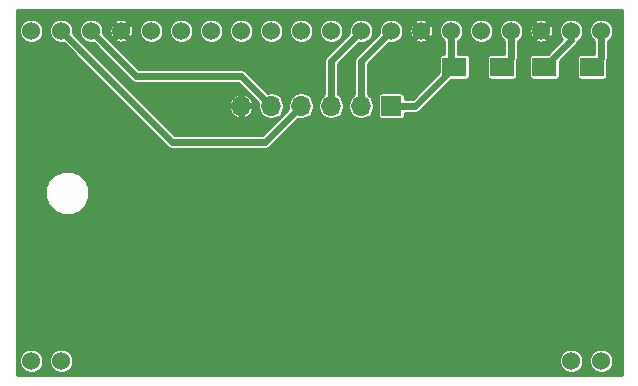
<source format=gbr>
G04 #@! TF.FileFunction,Copper,L1,Top,Signal*
%FSLAX46Y46*%
G04 Gerber Fmt 4.6, Leading zero omitted, Abs format (unit mm)*
G04 Created by KiCad (PCBNEW 4.0.0-rc1-stable) date 09/08/2017 17:43:47*
%MOMM*%
G01*
G04 APERTURE LIST*
%ADD10C,0.076200*%
%ADD11R,2.000000X1.600000*%
%ADD12R,1.700000X1.700000*%
%ADD13O,1.700000X1.700000*%
%ADD14C,1.524000*%
%ADD15C,0.609600*%
%ADD16C,0.254000*%
G04 APERTURE END LIST*
D10*
D11*
X197326000Y-75184000D03*
X193326000Y-75184000D03*
X185706000Y-75184000D03*
X189706000Y-75184000D03*
D12*
X180340000Y-78486000D03*
D13*
X177800000Y-78486000D03*
X175260000Y-78486000D03*
X172720000Y-78486000D03*
X170180000Y-78486000D03*
X167640000Y-78486000D03*
D14*
X149860000Y-100076000D03*
X152400000Y-100076000D03*
X195580000Y-100076000D03*
X198120000Y-100076000D03*
X198120000Y-72136000D03*
X195580000Y-72136000D03*
X193040000Y-72136000D03*
X190500000Y-72136000D03*
X187960000Y-72136000D03*
X185420000Y-72136000D03*
X182880000Y-72136000D03*
X180340000Y-72136000D03*
X177800000Y-72136000D03*
X175260000Y-72136000D03*
X172720000Y-72136000D03*
X170180000Y-72136000D03*
X167640000Y-72136000D03*
X165100000Y-72136000D03*
X162560000Y-72136000D03*
X160020000Y-72136000D03*
X157480000Y-72136000D03*
X154940000Y-72136000D03*
X152400000Y-72136000D03*
X149860000Y-72136000D03*
D15*
X198120000Y-72136000D02*
X198120000Y-74390000D01*
X198120000Y-74390000D02*
X197326000Y-75184000D01*
X195580000Y-72136000D02*
X195580000Y-72930000D01*
X195580000Y-72930000D02*
X193326000Y-75184000D01*
X185706000Y-75184000D02*
X182404000Y-78486000D01*
X182404000Y-78486000D02*
X180340000Y-78486000D01*
X185420000Y-72136000D02*
X185420000Y-74898000D01*
X185420000Y-74898000D02*
X185706000Y-75184000D01*
X190500000Y-72136000D02*
X190500000Y-74390000D01*
X190500000Y-74390000D02*
X189706000Y-75184000D01*
X180340000Y-72136000D02*
X177800000Y-74676000D01*
X177800000Y-74676000D02*
X177800000Y-78486000D01*
X177800000Y-72136000D02*
X175260000Y-74676000D01*
X175260000Y-74676000D02*
X175260000Y-78486000D01*
X152400000Y-72136000D02*
X161798000Y-81534000D01*
X169672000Y-81534000D02*
X172720000Y-78486000D01*
X161798000Y-81534000D02*
X169672000Y-81534000D01*
X154940000Y-72136000D02*
X158750000Y-75946000D01*
X167640000Y-75946000D02*
X170180000Y-78486000D01*
X158750000Y-75946000D02*
X167640000Y-75946000D01*
D16*
G36*
X199848400Y-101296400D02*
X148639600Y-101296400D01*
X148639600Y-100282238D01*
X148818420Y-100282238D01*
X148976629Y-100665135D01*
X149269324Y-100958341D01*
X149651944Y-101117219D01*
X150066238Y-101117580D01*
X150449135Y-100959371D01*
X150742341Y-100666676D01*
X150901219Y-100284056D01*
X150901220Y-100282238D01*
X151358420Y-100282238D01*
X151516629Y-100665135D01*
X151809324Y-100958341D01*
X152191944Y-101117219D01*
X152606238Y-101117580D01*
X152989135Y-100959371D01*
X153282341Y-100666676D01*
X153441219Y-100284056D01*
X153441220Y-100282238D01*
X194538420Y-100282238D01*
X194696629Y-100665135D01*
X194989324Y-100958341D01*
X195371944Y-101117219D01*
X195786238Y-101117580D01*
X196169135Y-100959371D01*
X196462341Y-100666676D01*
X196621219Y-100284056D01*
X196621220Y-100282238D01*
X197078420Y-100282238D01*
X197236629Y-100665135D01*
X197529324Y-100958341D01*
X197911944Y-101117219D01*
X198326238Y-101117580D01*
X198709135Y-100959371D01*
X199002341Y-100666676D01*
X199161219Y-100284056D01*
X199161580Y-99869762D01*
X199003371Y-99486865D01*
X198710676Y-99193659D01*
X198328056Y-99034781D01*
X197913762Y-99034420D01*
X197530865Y-99192629D01*
X197237659Y-99485324D01*
X197078781Y-99867944D01*
X197078420Y-100282238D01*
X196621220Y-100282238D01*
X196621580Y-99869762D01*
X196463371Y-99486865D01*
X196170676Y-99193659D01*
X195788056Y-99034781D01*
X195373762Y-99034420D01*
X194990865Y-99192629D01*
X194697659Y-99485324D01*
X194538781Y-99867944D01*
X194538420Y-100282238D01*
X153441220Y-100282238D01*
X153441580Y-99869762D01*
X153283371Y-99486865D01*
X152990676Y-99193659D01*
X152608056Y-99034781D01*
X152193762Y-99034420D01*
X151810865Y-99192629D01*
X151517659Y-99485324D01*
X151358781Y-99867944D01*
X151358420Y-100282238D01*
X150901220Y-100282238D01*
X150901580Y-99869762D01*
X150743371Y-99486865D01*
X150450676Y-99193659D01*
X150068056Y-99034781D01*
X149653762Y-99034420D01*
X149270865Y-99192629D01*
X148977659Y-99485324D01*
X148818781Y-99867944D01*
X148818420Y-100282238D01*
X148639600Y-100282238D01*
X148639600Y-86224196D01*
X151028274Y-86224196D01*
X151313793Y-86915204D01*
X151842015Y-87444349D01*
X152532524Y-87731073D01*
X153280196Y-87731726D01*
X153971204Y-87446207D01*
X154500349Y-86917985D01*
X154787073Y-86227476D01*
X154787726Y-85479804D01*
X154502207Y-84788796D01*
X153973985Y-84259651D01*
X153283476Y-83972927D01*
X152535804Y-83972274D01*
X151844796Y-84257793D01*
X151315651Y-84786015D01*
X151028927Y-85476524D01*
X151028274Y-86224196D01*
X148639600Y-86224196D01*
X148639600Y-72342238D01*
X148818420Y-72342238D01*
X148976629Y-72725135D01*
X149269324Y-73018341D01*
X149651944Y-73177219D01*
X150066238Y-73177580D01*
X150449135Y-73019371D01*
X150742341Y-72726676D01*
X150901219Y-72344056D01*
X150901220Y-72342238D01*
X151358420Y-72342238D01*
X151516629Y-72725135D01*
X151809324Y-73018341D01*
X152191944Y-73177219D01*
X152606238Y-73177580D01*
X152612718Y-73174902D01*
X161384908Y-81947092D01*
X161574436Y-82073730D01*
X161798000Y-82118200D01*
X169672000Y-82118200D01*
X169895564Y-82073730D01*
X170085092Y-81947092D01*
X172448635Y-79583549D01*
X172720000Y-79637526D01*
X173152203Y-79551556D01*
X173518606Y-79306732D01*
X173763430Y-78940329D01*
X173849400Y-78508126D01*
X173849400Y-78463874D01*
X174130600Y-78463874D01*
X174130600Y-78508126D01*
X174216570Y-78940329D01*
X174461394Y-79306732D01*
X174827797Y-79551556D01*
X175260000Y-79637526D01*
X175692203Y-79551556D01*
X176058606Y-79306732D01*
X176303430Y-78940329D01*
X176389400Y-78508126D01*
X176389400Y-78463874D01*
X176670600Y-78463874D01*
X176670600Y-78508126D01*
X176756570Y-78940329D01*
X177001394Y-79306732D01*
X177367797Y-79551556D01*
X177800000Y-79637526D01*
X178232203Y-79551556D01*
X178598606Y-79306732D01*
X178843430Y-78940329D01*
X178929400Y-78508126D01*
X178929400Y-78463874D01*
X178843430Y-78031671D01*
X178598606Y-77665268D01*
X178554804Y-77636000D01*
X179205127Y-77636000D01*
X179205127Y-79336000D01*
X179224609Y-79439539D01*
X179285801Y-79534634D01*
X179379168Y-79598429D01*
X179490000Y-79620873D01*
X181190000Y-79620873D01*
X181293539Y-79601391D01*
X181388634Y-79540199D01*
X181452429Y-79446832D01*
X181474873Y-79336000D01*
X181474873Y-79070200D01*
X182404000Y-79070200D01*
X182627564Y-79025730D01*
X182817092Y-78899092D01*
X185447311Y-76268873D01*
X186706000Y-76268873D01*
X186809539Y-76249391D01*
X186904634Y-76188199D01*
X186968429Y-76094832D01*
X186990873Y-75984000D01*
X186990873Y-74384000D01*
X188421127Y-74384000D01*
X188421127Y-75984000D01*
X188440609Y-76087539D01*
X188501801Y-76182634D01*
X188595168Y-76246429D01*
X188706000Y-76268873D01*
X190706000Y-76268873D01*
X190809539Y-76249391D01*
X190904634Y-76188199D01*
X190968429Y-76094832D01*
X190990873Y-75984000D01*
X190990873Y-74686684D01*
X191039730Y-74613564D01*
X191039731Y-74613563D01*
X191084201Y-74390000D01*
X191084200Y-74389995D01*
X191084200Y-74384000D01*
X192041127Y-74384000D01*
X192041127Y-75984000D01*
X192060609Y-76087539D01*
X192121801Y-76182634D01*
X192215168Y-76246429D01*
X192326000Y-76268873D01*
X194326000Y-76268873D01*
X194429539Y-76249391D01*
X194524634Y-76188199D01*
X194588429Y-76094832D01*
X194610873Y-75984000D01*
X194610873Y-74725311D01*
X194952184Y-74384000D01*
X196041127Y-74384000D01*
X196041127Y-75984000D01*
X196060609Y-76087539D01*
X196121801Y-76182634D01*
X196215168Y-76246429D01*
X196326000Y-76268873D01*
X198326000Y-76268873D01*
X198429539Y-76249391D01*
X198524634Y-76188199D01*
X198588429Y-76094832D01*
X198610873Y-75984000D01*
X198610873Y-74686684D01*
X198659730Y-74613564D01*
X198659731Y-74613563D01*
X198704201Y-74390000D01*
X198704200Y-74389995D01*
X198704200Y-73021410D01*
X198709135Y-73019371D01*
X199002341Y-72726676D01*
X199161219Y-72344056D01*
X199161580Y-71929762D01*
X199003371Y-71546865D01*
X198710676Y-71253659D01*
X198328056Y-71094781D01*
X197913762Y-71094420D01*
X197530865Y-71252629D01*
X197237659Y-71545324D01*
X197078781Y-71927944D01*
X197078420Y-72342238D01*
X197236629Y-72725135D01*
X197529324Y-73018341D01*
X197535800Y-73021030D01*
X197535800Y-74099127D01*
X196326000Y-74099127D01*
X196222461Y-74118609D01*
X196127366Y-74179801D01*
X196063571Y-74273168D01*
X196041127Y-74384000D01*
X194952184Y-74384000D01*
X195993092Y-73343092D01*
X196103924Y-73177219D01*
X196119730Y-73153564D01*
X196144389Y-73029596D01*
X196169135Y-73019371D01*
X196462341Y-72726676D01*
X196621219Y-72344056D01*
X196621580Y-71929762D01*
X196463371Y-71546865D01*
X196170676Y-71253659D01*
X195788056Y-71094781D01*
X195373762Y-71094420D01*
X194990865Y-71252629D01*
X194697659Y-71545324D01*
X194538781Y-71927944D01*
X194538420Y-72342238D01*
X194696629Y-72725135D01*
X194827541Y-72856275D01*
X193584689Y-74099127D01*
X192326000Y-74099127D01*
X192222461Y-74118609D01*
X192127366Y-74179801D01*
X192063571Y-74273168D01*
X192041127Y-74384000D01*
X191084200Y-74384000D01*
X191084200Y-73021410D01*
X191089135Y-73019371D01*
X191215162Y-72893563D01*
X192462042Y-72893563D01*
X192553789Y-73021276D01*
X192929580Y-73139954D01*
X193322182Y-73105788D01*
X193526211Y-73021276D01*
X193617958Y-72893563D01*
X193040000Y-72315605D01*
X192462042Y-72893563D01*
X191215162Y-72893563D01*
X191382341Y-72726676D01*
X191541219Y-72344056D01*
X191541496Y-72025580D01*
X192036046Y-72025580D01*
X192070212Y-72418182D01*
X192154724Y-72622211D01*
X192282437Y-72713958D01*
X192860395Y-72136000D01*
X193219605Y-72136000D01*
X193797563Y-72713958D01*
X193925276Y-72622211D01*
X194043954Y-72246420D01*
X194009788Y-71853818D01*
X193925276Y-71649789D01*
X193797563Y-71558042D01*
X193219605Y-72136000D01*
X192860395Y-72136000D01*
X192282437Y-71558042D01*
X192154724Y-71649789D01*
X192036046Y-72025580D01*
X191541496Y-72025580D01*
X191541580Y-71929762D01*
X191383371Y-71546865D01*
X191215237Y-71378437D01*
X192462042Y-71378437D01*
X193040000Y-71956395D01*
X193617958Y-71378437D01*
X193526211Y-71250724D01*
X193150420Y-71132046D01*
X192757818Y-71166212D01*
X192553789Y-71250724D01*
X192462042Y-71378437D01*
X191215237Y-71378437D01*
X191090676Y-71253659D01*
X190708056Y-71094781D01*
X190293762Y-71094420D01*
X189910865Y-71252629D01*
X189617659Y-71545324D01*
X189458781Y-71927944D01*
X189458420Y-72342238D01*
X189616629Y-72725135D01*
X189909324Y-73018341D01*
X189915800Y-73021030D01*
X189915800Y-74099127D01*
X188706000Y-74099127D01*
X188602461Y-74118609D01*
X188507366Y-74179801D01*
X188443571Y-74273168D01*
X188421127Y-74384000D01*
X186990873Y-74384000D01*
X186971391Y-74280461D01*
X186910199Y-74185366D01*
X186816832Y-74121571D01*
X186706000Y-74099127D01*
X186004200Y-74099127D01*
X186004200Y-73021410D01*
X186009135Y-73019371D01*
X186302341Y-72726676D01*
X186461219Y-72344056D01*
X186461220Y-72342238D01*
X186918420Y-72342238D01*
X187076629Y-72725135D01*
X187369324Y-73018341D01*
X187751944Y-73177219D01*
X188166238Y-73177580D01*
X188549135Y-73019371D01*
X188842341Y-72726676D01*
X189001219Y-72344056D01*
X189001580Y-71929762D01*
X188843371Y-71546865D01*
X188550676Y-71253659D01*
X188168056Y-71094781D01*
X187753762Y-71094420D01*
X187370865Y-71252629D01*
X187077659Y-71545324D01*
X186918781Y-71927944D01*
X186918420Y-72342238D01*
X186461220Y-72342238D01*
X186461580Y-71929762D01*
X186303371Y-71546865D01*
X186010676Y-71253659D01*
X185628056Y-71094781D01*
X185213762Y-71094420D01*
X184830865Y-71252629D01*
X184537659Y-71545324D01*
X184378781Y-71927944D01*
X184378420Y-72342238D01*
X184536629Y-72725135D01*
X184829324Y-73018341D01*
X184835800Y-73021030D01*
X184835800Y-74099127D01*
X184706000Y-74099127D01*
X184602461Y-74118609D01*
X184507366Y-74179801D01*
X184443571Y-74273168D01*
X184421127Y-74384000D01*
X184421127Y-75642689D01*
X182162016Y-77901800D01*
X181474873Y-77901800D01*
X181474873Y-77636000D01*
X181455391Y-77532461D01*
X181394199Y-77437366D01*
X181300832Y-77373571D01*
X181190000Y-77351127D01*
X179490000Y-77351127D01*
X179386461Y-77370609D01*
X179291366Y-77431801D01*
X179227571Y-77525168D01*
X179205127Y-77636000D01*
X178554804Y-77636000D01*
X178384200Y-77522006D01*
X178384200Y-74917984D01*
X180127012Y-73175171D01*
X180131944Y-73177219D01*
X180546238Y-73177580D01*
X180929135Y-73019371D01*
X181055162Y-72893563D01*
X182302042Y-72893563D01*
X182393789Y-73021276D01*
X182769580Y-73139954D01*
X183162182Y-73105788D01*
X183366211Y-73021276D01*
X183457958Y-72893563D01*
X182880000Y-72315605D01*
X182302042Y-72893563D01*
X181055162Y-72893563D01*
X181222341Y-72726676D01*
X181381219Y-72344056D01*
X181381496Y-72025580D01*
X181876046Y-72025580D01*
X181910212Y-72418182D01*
X181994724Y-72622211D01*
X182122437Y-72713958D01*
X182700395Y-72136000D01*
X183059605Y-72136000D01*
X183637563Y-72713958D01*
X183765276Y-72622211D01*
X183883954Y-72246420D01*
X183849788Y-71853818D01*
X183765276Y-71649789D01*
X183637563Y-71558042D01*
X183059605Y-72136000D01*
X182700395Y-72136000D01*
X182122437Y-71558042D01*
X181994724Y-71649789D01*
X181876046Y-72025580D01*
X181381496Y-72025580D01*
X181381580Y-71929762D01*
X181223371Y-71546865D01*
X181055237Y-71378437D01*
X182302042Y-71378437D01*
X182880000Y-71956395D01*
X183457958Y-71378437D01*
X183366211Y-71250724D01*
X182990420Y-71132046D01*
X182597818Y-71166212D01*
X182393789Y-71250724D01*
X182302042Y-71378437D01*
X181055237Y-71378437D01*
X180930676Y-71253659D01*
X180548056Y-71094781D01*
X180133762Y-71094420D01*
X179750865Y-71252629D01*
X179457659Y-71545324D01*
X179298781Y-71927944D01*
X179298420Y-72342238D01*
X179301098Y-72348719D01*
X177386908Y-74262908D01*
X177260270Y-74452436D01*
X177215800Y-74676000D01*
X177215800Y-77522006D01*
X177001394Y-77665268D01*
X176756570Y-78031671D01*
X176670600Y-78463874D01*
X176389400Y-78463874D01*
X176303430Y-78031671D01*
X176058606Y-77665268D01*
X175844200Y-77522006D01*
X175844200Y-74917984D01*
X177587012Y-73175171D01*
X177591944Y-73177219D01*
X178006238Y-73177580D01*
X178389135Y-73019371D01*
X178682341Y-72726676D01*
X178841219Y-72344056D01*
X178841580Y-71929762D01*
X178683371Y-71546865D01*
X178390676Y-71253659D01*
X178008056Y-71094781D01*
X177593762Y-71094420D01*
X177210865Y-71252629D01*
X176917659Y-71545324D01*
X176758781Y-71927944D01*
X176758420Y-72342238D01*
X176761098Y-72348719D01*
X174846908Y-74262908D01*
X174720270Y-74452436D01*
X174675800Y-74676000D01*
X174675800Y-77522006D01*
X174461394Y-77665268D01*
X174216570Y-78031671D01*
X174130600Y-78463874D01*
X173849400Y-78463874D01*
X173763430Y-78031671D01*
X173518606Y-77665268D01*
X173152203Y-77420444D01*
X172720000Y-77334474D01*
X172287797Y-77420444D01*
X171921394Y-77665268D01*
X171676570Y-78031671D01*
X171590600Y-78463874D01*
X171590600Y-78508126D01*
X171637236Y-78742580D01*
X169430016Y-80949800D01*
X162039984Y-80949800D01*
X159869179Y-78778995D01*
X166601944Y-78778995D01*
X166793086Y-79153939D01*
X167113163Y-79427195D01*
X167347007Y-79524043D01*
X167513000Y-79499524D01*
X167513000Y-78613000D01*
X167767000Y-78613000D01*
X167767000Y-79499524D01*
X167932993Y-79524043D01*
X168166837Y-79427195D01*
X168486914Y-79153939D01*
X168678056Y-78778995D01*
X168653960Y-78613000D01*
X167767000Y-78613000D01*
X167513000Y-78613000D01*
X166626040Y-78613000D01*
X166601944Y-78778995D01*
X159869179Y-78778995D01*
X159283189Y-78193005D01*
X166601944Y-78193005D01*
X166626040Y-78359000D01*
X167513000Y-78359000D01*
X167513000Y-77472476D01*
X167767000Y-77472476D01*
X167767000Y-78359000D01*
X168653960Y-78359000D01*
X168678056Y-78193005D01*
X168486914Y-77818061D01*
X168166837Y-77544805D01*
X167932993Y-77447957D01*
X167767000Y-77472476D01*
X167513000Y-77472476D01*
X167347007Y-77447957D01*
X167113163Y-77544805D01*
X166793086Y-77818061D01*
X166601944Y-78193005D01*
X159283189Y-78193005D01*
X153439171Y-72348987D01*
X153441219Y-72344056D01*
X153441220Y-72342238D01*
X153898420Y-72342238D01*
X154056629Y-72725135D01*
X154349324Y-73018341D01*
X154731944Y-73177219D01*
X155146238Y-73177580D01*
X155152718Y-73174902D01*
X158336908Y-76359092D01*
X158526437Y-76485731D01*
X158750000Y-76530201D01*
X158750005Y-76530200D01*
X167398016Y-76530200D01*
X169097236Y-78229419D01*
X169050600Y-78463874D01*
X169050600Y-78508126D01*
X169136570Y-78940329D01*
X169381394Y-79306732D01*
X169747797Y-79551556D01*
X170180000Y-79637526D01*
X170612203Y-79551556D01*
X170978606Y-79306732D01*
X171223430Y-78940329D01*
X171309400Y-78508126D01*
X171309400Y-78463874D01*
X171223430Y-78031671D01*
X170978606Y-77665268D01*
X170612203Y-77420444D01*
X170180000Y-77334474D01*
X169908635Y-77388452D01*
X168053092Y-75532908D01*
X167863564Y-75406270D01*
X167640000Y-75361800D01*
X158991984Y-75361800D01*
X156523747Y-72893563D01*
X156902042Y-72893563D01*
X156993789Y-73021276D01*
X157369580Y-73139954D01*
X157762182Y-73105788D01*
X157966211Y-73021276D01*
X158057958Y-72893563D01*
X157480000Y-72315605D01*
X156902042Y-72893563D01*
X156523747Y-72893563D01*
X155979171Y-72348987D01*
X155981219Y-72344056D01*
X155981496Y-72025580D01*
X156476046Y-72025580D01*
X156510212Y-72418182D01*
X156594724Y-72622211D01*
X156722437Y-72713958D01*
X157300395Y-72136000D01*
X157659605Y-72136000D01*
X158237563Y-72713958D01*
X158365276Y-72622211D01*
X158453693Y-72342238D01*
X158978420Y-72342238D01*
X159136629Y-72725135D01*
X159429324Y-73018341D01*
X159811944Y-73177219D01*
X160226238Y-73177580D01*
X160609135Y-73019371D01*
X160902341Y-72726676D01*
X161061219Y-72344056D01*
X161061220Y-72342238D01*
X161518420Y-72342238D01*
X161676629Y-72725135D01*
X161969324Y-73018341D01*
X162351944Y-73177219D01*
X162766238Y-73177580D01*
X163149135Y-73019371D01*
X163442341Y-72726676D01*
X163601219Y-72344056D01*
X163601220Y-72342238D01*
X164058420Y-72342238D01*
X164216629Y-72725135D01*
X164509324Y-73018341D01*
X164891944Y-73177219D01*
X165306238Y-73177580D01*
X165689135Y-73019371D01*
X165982341Y-72726676D01*
X166141219Y-72344056D01*
X166141220Y-72342238D01*
X166598420Y-72342238D01*
X166756629Y-72725135D01*
X167049324Y-73018341D01*
X167431944Y-73177219D01*
X167846238Y-73177580D01*
X168229135Y-73019371D01*
X168522341Y-72726676D01*
X168681219Y-72344056D01*
X168681220Y-72342238D01*
X169138420Y-72342238D01*
X169296629Y-72725135D01*
X169589324Y-73018341D01*
X169971944Y-73177219D01*
X170386238Y-73177580D01*
X170769135Y-73019371D01*
X171062341Y-72726676D01*
X171221219Y-72344056D01*
X171221220Y-72342238D01*
X171678420Y-72342238D01*
X171836629Y-72725135D01*
X172129324Y-73018341D01*
X172511944Y-73177219D01*
X172926238Y-73177580D01*
X173309135Y-73019371D01*
X173602341Y-72726676D01*
X173761219Y-72344056D01*
X173761220Y-72342238D01*
X174218420Y-72342238D01*
X174376629Y-72725135D01*
X174669324Y-73018341D01*
X175051944Y-73177219D01*
X175466238Y-73177580D01*
X175849135Y-73019371D01*
X176142341Y-72726676D01*
X176301219Y-72344056D01*
X176301580Y-71929762D01*
X176143371Y-71546865D01*
X175850676Y-71253659D01*
X175468056Y-71094781D01*
X175053762Y-71094420D01*
X174670865Y-71252629D01*
X174377659Y-71545324D01*
X174218781Y-71927944D01*
X174218420Y-72342238D01*
X173761220Y-72342238D01*
X173761580Y-71929762D01*
X173603371Y-71546865D01*
X173310676Y-71253659D01*
X172928056Y-71094781D01*
X172513762Y-71094420D01*
X172130865Y-71252629D01*
X171837659Y-71545324D01*
X171678781Y-71927944D01*
X171678420Y-72342238D01*
X171221220Y-72342238D01*
X171221580Y-71929762D01*
X171063371Y-71546865D01*
X170770676Y-71253659D01*
X170388056Y-71094781D01*
X169973762Y-71094420D01*
X169590865Y-71252629D01*
X169297659Y-71545324D01*
X169138781Y-71927944D01*
X169138420Y-72342238D01*
X168681220Y-72342238D01*
X168681580Y-71929762D01*
X168523371Y-71546865D01*
X168230676Y-71253659D01*
X167848056Y-71094781D01*
X167433762Y-71094420D01*
X167050865Y-71252629D01*
X166757659Y-71545324D01*
X166598781Y-71927944D01*
X166598420Y-72342238D01*
X166141220Y-72342238D01*
X166141580Y-71929762D01*
X165983371Y-71546865D01*
X165690676Y-71253659D01*
X165308056Y-71094781D01*
X164893762Y-71094420D01*
X164510865Y-71252629D01*
X164217659Y-71545324D01*
X164058781Y-71927944D01*
X164058420Y-72342238D01*
X163601220Y-72342238D01*
X163601580Y-71929762D01*
X163443371Y-71546865D01*
X163150676Y-71253659D01*
X162768056Y-71094781D01*
X162353762Y-71094420D01*
X161970865Y-71252629D01*
X161677659Y-71545324D01*
X161518781Y-71927944D01*
X161518420Y-72342238D01*
X161061220Y-72342238D01*
X161061580Y-71929762D01*
X160903371Y-71546865D01*
X160610676Y-71253659D01*
X160228056Y-71094781D01*
X159813762Y-71094420D01*
X159430865Y-71252629D01*
X159137659Y-71545324D01*
X158978781Y-71927944D01*
X158978420Y-72342238D01*
X158453693Y-72342238D01*
X158483954Y-72246420D01*
X158449788Y-71853818D01*
X158365276Y-71649789D01*
X158237563Y-71558042D01*
X157659605Y-72136000D01*
X157300395Y-72136000D01*
X156722437Y-71558042D01*
X156594724Y-71649789D01*
X156476046Y-72025580D01*
X155981496Y-72025580D01*
X155981580Y-71929762D01*
X155823371Y-71546865D01*
X155655237Y-71378437D01*
X156902042Y-71378437D01*
X157480000Y-71956395D01*
X158057958Y-71378437D01*
X157966211Y-71250724D01*
X157590420Y-71132046D01*
X157197818Y-71166212D01*
X156993789Y-71250724D01*
X156902042Y-71378437D01*
X155655237Y-71378437D01*
X155530676Y-71253659D01*
X155148056Y-71094781D01*
X154733762Y-71094420D01*
X154350865Y-71252629D01*
X154057659Y-71545324D01*
X153898781Y-71927944D01*
X153898420Y-72342238D01*
X153441220Y-72342238D01*
X153441580Y-71929762D01*
X153283371Y-71546865D01*
X152990676Y-71253659D01*
X152608056Y-71094781D01*
X152193762Y-71094420D01*
X151810865Y-71252629D01*
X151517659Y-71545324D01*
X151358781Y-71927944D01*
X151358420Y-72342238D01*
X150901220Y-72342238D01*
X150901580Y-71929762D01*
X150743371Y-71546865D01*
X150450676Y-71253659D01*
X150068056Y-71094781D01*
X149653762Y-71094420D01*
X149270865Y-71252629D01*
X148977659Y-71545324D01*
X148818781Y-71927944D01*
X148818420Y-72342238D01*
X148639600Y-72342238D01*
X148639600Y-70407600D01*
X199848400Y-70407600D01*
X199848400Y-101296400D01*
X199848400Y-101296400D01*
G37*
X199848400Y-101296400D02*
X148639600Y-101296400D01*
X148639600Y-100282238D01*
X148818420Y-100282238D01*
X148976629Y-100665135D01*
X149269324Y-100958341D01*
X149651944Y-101117219D01*
X150066238Y-101117580D01*
X150449135Y-100959371D01*
X150742341Y-100666676D01*
X150901219Y-100284056D01*
X150901220Y-100282238D01*
X151358420Y-100282238D01*
X151516629Y-100665135D01*
X151809324Y-100958341D01*
X152191944Y-101117219D01*
X152606238Y-101117580D01*
X152989135Y-100959371D01*
X153282341Y-100666676D01*
X153441219Y-100284056D01*
X153441220Y-100282238D01*
X194538420Y-100282238D01*
X194696629Y-100665135D01*
X194989324Y-100958341D01*
X195371944Y-101117219D01*
X195786238Y-101117580D01*
X196169135Y-100959371D01*
X196462341Y-100666676D01*
X196621219Y-100284056D01*
X196621220Y-100282238D01*
X197078420Y-100282238D01*
X197236629Y-100665135D01*
X197529324Y-100958341D01*
X197911944Y-101117219D01*
X198326238Y-101117580D01*
X198709135Y-100959371D01*
X199002341Y-100666676D01*
X199161219Y-100284056D01*
X199161580Y-99869762D01*
X199003371Y-99486865D01*
X198710676Y-99193659D01*
X198328056Y-99034781D01*
X197913762Y-99034420D01*
X197530865Y-99192629D01*
X197237659Y-99485324D01*
X197078781Y-99867944D01*
X197078420Y-100282238D01*
X196621220Y-100282238D01*
X196621580Y-99869762D01*
X196463371Y-99486865D01*
X196170676Y-99193659D01*
X195788056Y-99034781D01*
X195373762Y-99034420D01*
X194990865Y-99192629D01*
X194697659Y-99485324D01*
X194538781Y-99867944D01*
X194538420Y-100282238D01*
X153441220Y-100282238D01*
X153441580Y-99869762D01*
X153283371Y-99486865D01*
X152990676Y-99193659D01*
X152608056Y-99034781D01*
X152193762Y-99034420D01*
X151810865Y-99192629D01*
X151517659Y-99485324D01*
X151358781Y-99867944D01*
X151358420Y-100282238D01*
X150901220Y-100282238D01*
X150901580Y-99869762D01*
X150743371Y-99486865D01*
X150450676Y-99193659D01*
X150068056Y-99034781D01*
X149653762Y-99034420D01*
X149270865Y-99192629D01*
X148977659Y-99485324D01*
X148818781Y-99867944D01*
X148818420Y-100282238D01*
X148639600Y-100282238D01*
X148639600Y-86224196D01*
X151028274Y-86224196D01*
X151313793Y-86915204D01*
X151842015Y-87444349D01*
X152532524Y-87731073D01*
X153280196Y-87731726D01*
X153971204Y-87446207D01*
X154500349Y-86917985D01*
X154787073Y-86227476D01*
X154787726Y-85479804D01*
X154502207Y-84788796D01*
X153973985Y-84259651D01*
X153283476Y-83972927D01*
X152535804Y-83972274D01*
X151844796Y-84257793D01*
X151315651Y-84786015D01*
X151028927Y-85476524D01*
X151028274Y-86224196D01*
X148639600Y-86224196D01*
X148639600Y-72342238D01*
X148818420Y-72342238D01*
X148976629Y-72725135D01*
X149269324Y-73018341D01*
X149651944Y-73177219D01*
X150066238Y-73177580D01*
X150449135Y-73019371D01*
X150742341Y-72726676D01*
X150901219Y-72344056D01*
X150901220Y-72342238D01*
X151358420Y-72342238D01*
X151516629Y-72725135D01*
X151809324Y-73018341D01*
X152191944Y-73177219D01*
X152606238Y-73177580D01*
X152612718Y-73174902D01*
X161384908Y-81947092D01*
X161574436Y-82073730D01*
X161798000Y-82118200D01*
X169672000Y-82118200D01*
X169895564Y-82073730D01*
X170085092Y-81947092D01*
X172448635Y-79583549D01*
X172720000Y-79637526D01*
X173152203Y-79551556D01*
X173518606Y-79306732D01*
X173763430Y-78940329D01*
X173849400Y-78508126D01*
X173849400Y-78463874D01*
X174130600Y-78463874D01*
X174130600Y-78508126D01*
X174216570Y-78940329D01*
X174461394Y-79306732D01*
X174827797Y-79551556D01*
X175260000Y-79637526D01*
X175692203Y-79551556D01*
X176058606Y-79306732D01*
X176303430Y-78940329D01*
X176389400Y-78508126D01*
X176389400Y-78463874D01*
X176670600Y-78463874D01*
X176670600Y-78508126D01*
X176756570Y-78940329D01*
X177001394Y-79306732D01*
X177367797Y-79551556D01*
X177800000Y-79637526D01*
X178232203Y-79551556D01*
X178598606Y-79306732D01*
X178843430Y-78940329D01*
X178929400Y-78508126D01*
X178929400Y-78463874D01*
X178843430Y-78031671D01*
X178598606Y-77665268D01*
X178554804Y-77636000D01*
X179205127Y-77636000D01*
X179205127Y-79336000D01*
X179224609Y-79439539D01*
X179285801Y-79534634D01*
X179379168Y-79598429D01*
X179490000Y-79620873D01*
X181190000Y-79620873D01*
X181293539Y-79601391D01*
X181388634Y-79540199D01*
X181452429Y-79446832D01*
X181474873Y-79336000D01*
X181474873Y-79070200D01*
X182404000Y-79070200D01*
X182627564Y-79025730D01*
X182817092Y-78899092D01*
X185447311Y-76268873D01*
X186706000Y-76268873D01*
X186809539Y-76249391D01*
X186904634Y-76188199D01*
X186968429Y-76094832D01*
X186990873Y-75984000D01*
X186990873Y-74384000D01*
X188421127Y-74384000D01*
X188421127Y-75984000D01*
X188440609Y-76087539D01*
X188501801Y-76182634D01*
X188595168Y-76246429D01*
X188706000Y-76268873D01*
X190706000Y-76268873D01*
X190809539Y-76249391D01*
X190904634Y-76188199D01*
X190968429Y-76094832D01*
X190990873Y-75984000D01*
X190990873Y-74686684D01*
X191039730Y-74613564D01*
X191039731Y-74613563D01*
X191084201Y-74390000D01*
X191084200Y-74389995D01*
X191084200Y-74384000D01*
X192041127Y-74384000D01*
X192041127Y-75984000D01*
X192060609Y-76087539D01*
X192121801Y-76182634D01*
X192215168Y-76246429D01*
X192326000Y-76268873D01*
X194326000Y-76268873D01*
X194429539Y-76249391D01*
X194524634Y-76188199D01*
X194588429Y-76094832D01*
X194610873Y-75984000D01*
X194610873Y-74725311D01*
X194952184Y-74384000D01*
X196041127Y-74384000D01*
X196041127Y-75984000D01*
X196060609Y-76087539D01*
X196121801Y-76182634D01*
X196215168Y-76246429D01*
X196326000Y-76268873D01*
X198326000Y-76268873D01*
X198429539Y-76249391D01*
X198524634Y-76188199D01*
X198588429Y-76094832D01*
X198610873Y-75984000D01*
X198610873Y-74686684D01*
X198659730Y-74613564D01*
X198659731Y-74613563D01*
X198704201Y-74390000D01*
X198704200Y-74389995D01*
X198704200Y-73021410D01*
X198709135Y-73019371D01*
X199002341Y-72726676D01*
X199161219Y-72344056D01*
X199161580Y-71929762D01*
X199003371Y-71546865D01*
X198710676Y-71253659D01*
X198328056Y-71094781D01*
X197913762Y-71094420D01*
X197530865Y-71252629D01*
X197237659Y-71545324D01*
X197078781Y-71927944D01*
X197078420Y-72342238D01*
X197236629Y-72725135D01*
X197529324Y-73018341D01*
X197535800Y-73021030D01*
X197535800Y-74099127D01*
X196326000Y-74099127D01*
X196222461Y-74118609D01*
X196127366Y-74179801D01*
X196063571Y-74273168D01*
X196041127Y-74384000D01*
X194952184Y-74384000D01*
X195993092Y-73343092D01*
X196103924Y-73177219D01*
X196119730Y-73153564D01*
X196144389Y-73029596D01*
X196169135Y-73019371D01*
X196462341Y-72726676D01*
X196621219Y-72344056D01*
X196621580Y-71929762D01*
X196463371Y-71546865D01*
X196170676Y-71253659D01*
X195788056Y-71094781D01*
X195373762Y-71094420D01*
X194990865Y-71252629D01*
X194697659Y-71545324D01*
X194538781Y-71927944D01*
X194538420Y-72342238D01*
X194696629Y-72725135D01*
X194827541Y-72856275D01*
X193584689Y-74099127D01*
X192326000Y-74099127D01*
X192222461Y-74118609D01*
X192127366Y-74179801D01*
X192063571Y-74273168D01*
X192041127Y-74384000D01*
X191084200Y-74384000D01*
X191084200Y-73021410D01*
X191089135Y-73019371D01*
X191215162Y-72893563D01*
X192462042Y-72893563D01*
X192553789Y-73021276D01*
X192929580Y-73139954D01*
X193322182Y-73105788D01*
X193526211Y-73021276D01*
X193617958Y-72893563D01*
X193040000Y-72315605D01*
X192462042Y-72893563D01*
X191215162Y-72893563D01*
X191382341Y-72726676D01*
X191541219Y-72344056D01*
X191541496Y-72025580D01*
X192036046Y-72025580D01*
X192070212Y-72418182D01*
X192154724Y-72622211D01*
X192282437Y-72713958D01*
X192860395Y-72136000D01*
X193219605Y-72136000D01*
X193797563Y-72713958D01*
X193925276Y-72622211D01*
X194043954Y-72246420D01*
X194009788Y-71853818D01*
X193925276Y-71649789D01*
X193797563Y-71558042D01*
X193219605Y-72136000D01*
X192860395Y-72136000D01*
X192282437Y-71558042D01*
X192154724Y-71649789D01*
X192036046Y-72025580D01*
X191541496Y-72025580D01*
X191541580Y-71929762D01*
X191383371Y-71546865D01*
X191215237Y-71378437D01*
X192462042Y-71378437D01*
X193040000Y-71956395D01*
X193617958Y-71378437D01*
X193526211Y-71250724D01*
X193150420Y-71132046D01*
X192757818Y-71166212D01*
X192553789Y-71250724D01*
X192462042Y-71378437D01*
X191215237Y-71378437D01*
X191090676Y-71253659D01*
X190708056Y-71094781D01*
X190293762Y-71094420D01*
X189910865Y-71252629D01*
X189617659Y-71545324D01*
X189458781Y-71927944D01*
X189458420Y-72342238D01*
X189616629Y-72725135D01*
X189909324Y-73018341D01*
X189915800Y-73021030D01*
X189915800Y-74099127D01*
X188706000Y-74099127D01*
X188602461Y-74118609D01*
X188507366Y-74179801D01*
X188443571Y-74273168D01*
X188421127Y-74384000D01*
X186990873Y-74384000D01*
X186971391Y-74280461D01*
X186910199Y-74185366D01*
X186816832Y-74121571D01*
X186706000Y-74099127D01*
X186004200Y-74099127D01*
X186004200Y-73021410D01*
X186009135Y-73019371D01*
X186302341Y-72726676D01*
X186461219Y-72344056D01*
X186461220Y-72342238D01*
X186918420Y-72342238D01*
X187076629Y-72725135D01*
X187369324Y-73018341D01*
X187751944Y-73177219D01*
X188166238Y-73177580D01*
X188549135Y-73019371D01*
X188842341Y-72726676D01*
X189001219Y-72344056D01*
X189001580Y-71929762D01*
X188843371Y-71546865D01*
X188550676Y-71253659D01*
X188168056Y-71094781D01*
X187753762Y-71094420D01*
X187370865Y-71252629D01*
X187077659Y-71545324D01*
X186918781Y-71927944D01*
X186918420Y-72342238D01*
X186461220Y-72342238D01*
X186461580Y-71929762D01*
X186303371Y-71546865D01*
X186010676Y-71253659D01*
X185628056Y-71094781D01*
X185213762Y-71094420D01*
X184830865Y-71252629D01*
X184537659Y-71545324D01*
X184378781Y-71927944D01*
X184378420Y-72342238D01*
X184536629Y-72725135D01*
X184829324Y-73018341D01*
X184835800Y-73021030D01*
X184835800Y-74099127D01*
X184706000Y-74099127D01*
X184602461Y-74118609D01*
X184507366Y-74179801D01*
X184443571Y-74273168D01*
X184421127Y-74384000D01*
X184421127Y-75642689D01*
X182162016Y-77901800D01*
X181474873Y-77901800D01*
X181474873Y-77636000D01*
X181455391Y-77532461D01*
X181394199Y-77437366D01*
X181300832Y-77373571D01*
X181190000Y-77351127D01*
X179490000Y-77351127D01*
X179386461Y-77370609D01*
X179291366Y-77431801D01*
X179227571Y-77525168D01*
X179205127Y-77636000D01*
X178554804Y-77636000D01*
X178384200Y-77522006D01*
X178384200Y-74917984D01*
X180127012Y-73175171D01*
X180131944Y-73177219D01*
X180546238Y-73177580D01*
X180929135Y-73019371D01*
X181055162Y-72893563D01*
X182302042Y-72893563D01*
X182393789Y-73021276D01*
X182769580Y-73139954D01*
X183162182Y-73105788D01*
X183366211Y-73021276D01*
X183457958Y-72893563D01*
X182880000Y-72315605D01*
X182302042Y-72893563D01*
X181055162Y-72893563D01*
X181222341Y-72726676D01*
X181381219Y-72344056D01*
X181381496Y-72025580D01*
X181876046Y-72025580D01*
X181910212Y-72418182D01*
X181994724Y-72622211D01*
X182122437Y-72713958D01*
X182700395Y-72136000D01*
X183059605Y-72136000D01*
X183637563Y-72713958D01*
X183765276Y-72622211D01*
X183883954Y-72246420D01*
X183849788Y-71853818D01*
X183765276Y-71649789D01*
X183637563Y-71558042D01*
X183059605Y-72136000D01*
X182700395Y-72136000D01*
X182122437Y-71558042D01*
X181994724Y-71649789D01*
X181876046Y-72025580D01*
X181381496Y-72025580D01*
X181381580Y-71929762D01*
X181223371Y-71546865D01*
X181055237Y-71378437D01*
X182302042Y-71378437D01*
X182880000Y-71956395D01*
X183457958Y-71378437D01*
X183366211Y-71250724D01*
X182990420Y-71132046D01*
X182597818Y-71166212D01*
X182393789Y-71250724D01*
X182302042Y-71378437D01*
X181055237Y-71378437D01*
X180930676Y-71253659D01*
X180548056Y-71094781D01*
X180133762Y-71094420D01*
X179750865Y-71252629D01*
X179457659Y-71545324D01*
X179298781Y-71927944D01*
X179298420Y-72342238D01*
X179301098Y-72348719D01*
X177386908Y-74262908D01*
X177260270Y-74452436D01*
X177215800Y-74676000D01*
X177215800Y-77522006D01*
X177001394Y-77665268D01*
X176756570Y-78031671D01*
X176670600Y-78463874D01*
X176389400Y-78463874D01*
X176303430Y-78031671D01*
X176058606Y-77665268D01*
X175844200Y-77522006D01*
X175844200Y-74917984D01*
X177587012Y-73175171D01*
X177591944Y-73177219D01*
X178006238Y-73177580D01*
X178389135Y-73019371D01*
X178682341Y-72726676D01*
X178841219Y-72344056D01*
X178841580Y-71929762D01*
X178683371Y-71546865D01*
X178390676Y-71253659D01*
X178008056Y-71094781D01*
X177593762Y-71094420D01*
X177210865Y-71252629D01*
X176917659Y-71545324D01*
X176758781Y-71927944D01*
X176758420Y-72342238D01*
X176761098Y-72348719D01*
X174846908Y-74262908D01*
X174720270Y-74452436D01*
X174675800Y-74676000D01*
X174675800Y-77522006D01*
X174461394Y-77665268D01*
X174216570Y-78031671D01*
X174130600Y-78463874D01*
X173849400Y-78463874D01*
X173763430Y-78031671D01*
X173518606Y-77665268D01*
X173152203Y-77420444D01*
X172720000Y-77334474D01*
X172287797Y-77420444D01*
X171921394Y-77665268D01*
X171676570Y-78031671D01*
X171590600Y-78463874D01*
X171590600Y-78508126D01*
X171637236Y-78742580D01*
X169430016Y-80949800D01*
X162039984Y-80949800D01*
X159869179Y-78778995D01*
X166601944Y-78778995D01*
X166793086Y-79153939D01*
X167113163Y-79427195D01*
X167347007Y-79524043D01*
X167513000Y-79499524D01*
X167513000Y-78613000D01*
X167767000Y-78613000D01*
X167767000Y-79499524D01*
X167932993Y-79524043D01*
X168166837Y-79427195D01*
X168486914Y-79153939D01*
X168678056Y-78778995D01*
X168653960Y-78613000D01*
X167767000Y-78613000D01*
X167513000Y-78613000D01*
X166626040Y-78613000D01*
X166601944Y-78778995D01*
X159869179Y-78778995D01*
X159283189Y-78193005D01*
X166601944Y-78193005D01*
X166626040Y-78359000D01*
X167513000Y-78359000D01*
X167513000Y-77472476D01*
X167767000Y-77472476D01*
X167767000Y-78359000D01*
X168653960Y-78359000D01*
X168678056Y-78193005D01*
X168486914Y-77818061D01*
X168166837Y-77544805D01*
X167932993Y-77447957D01*
X167767000Y-77472476D01*
X167513000Y-77472476D01*
X167347007Y-77447957D01*
X167113163Y-77544805D01*
X166793086Y-77818061D01*
X166601944Y-78193005D01*
X159283189Y-78193005D01*
X153439171Y-72348987D01*
X153441219Y-72344056D01*
X153441220Y-72342238D01*
X153898420Y-72342238D01*
X154056629Y-72725135D01*
X154349324Y-73018341D01*
X154731944Y-73177219D01*
X155146238Y-73177580D01*
X155152718Y-73174902D01*
X158336908Y-76359092D01*
X158526437Y-76485731D01*
X158750000Y-76530201D01*
X158750005Y-76530200D01*
X167398016Y-76530200D01*
X169097236Y-78229419D01*
X169050600Y-78463874D01*
X169050600Y-78508126D01*
X169136570Y-78940329D01*
X169381394Y-79306732D01*
X169747797Y-79551556D01*
X170180000Y-79637526D01*
X170612203Y-79551556D01*
X170978606Y-79306732D01*
X171223430Y-78940329D01*
X171309400Y-78508126D01*
X171309400Y-78463874D01*
X171223430Y-78031671D01*
X170978606Y-77665268D01*
X170612203Y-77420444D01*
X170180000Y-77334474D01*
X169908635Y-77388452D01*
X168053092Y-75532908D01*
X167863564Y-75406270D01*
X167640000Y-75361800D01*
X158991984Y-75361800D01*
X156523747Y-72893563D01*
X156902042Y-72893563D01*
X156993789Y-73021276D01*
X157369580Y-73139954D01*
X157762182Y-73105788D01*
X157966211Y-73021276D01*
X158057958Y-72893563D01*
X157480000Y-72315605D01*
X156902042Y-72893563D01*
X156523747Y-72893563D01*
X155979171Y-72348987D01*
X155981219Y-72344056D01*
X155981496Y-72025580D01*
X156476046Y-72025580D01*
X156510212Y-72418182D01*
X156594724Y-72622211D01*
X156722437Y-72713958D01*
X157300395Y-72136000D01*
X157659605Y-72136000D01*
X158237563Y-72713958D01*
X158365276Y-72622211D01*
X158453693Y-72342238D01*
X158978420Y-72342238D01*
X159136629Y-72725135D01*
X159429324Y-73018341D01*
X159811944Y-73177219D01*
X160226238Y-73177580D01*
X160609135Y-73019371D01*
X160902341Y-72726676D01*
X161061219Y-72344056D01*
X161061220Y-72342238D01*
X161518420Y-72342238D01*
X161676629Y-72725135D01*
X161969324Y-73018341D01*
X162351944Y-73177219D01*
X162766238Y-73177580D01*
X163149135Y-73019371D01*
X163442341Y-72726676D01*
X163601219Y-72344056D01*
X163601220Y-72342238D01*
X164058420Y-72342238D01*
X164216629Y-72725135D01*
X164509324Y-73018341D01*
X164891944Y-73177219D01*
X165306238Y-73177580D01*
X165689135Y-73019371D01*
X165982341Y-72726676D01*
X166141219Y-72344056D01*
X166141220Y-72342238D01*
X166598420Y-72342238D01*
X166756629Y-72725135D01*
X167049324Y-73018341D01*
X167431944Y-73177219D01*
X167846238Y-73177580D01*
X168229135Y-73019371D01*
X168522341Y-72726676D01*
X168681219Y-72344056D01*
X168681220Y-72342238D01*
X169138420Y-72342238D01*
X169296629Y-72725135D01*
X169589324Y-73018341D01*
X169971944Y-73177219D01*
X170386238Y-73177580D01*
X170769135Y-73019371D01*
X171062341Y-72726676D01*
X171221219Y-72344056D01*
X171221220Y-72342238D01*
X171678420Y-72342238D01*
X171836629Y-72725135D01*
X172129324Y-73018341D01*
X172511944Y-73177219D01*
X172926238Y-73177580D01*
X173309135Y-73019371D01*
X173602341Y-72726676D01*
X173761219Y-72344056D01*
X173761220Y-72342238D01*
X174218420Y-72342238D01*
X174376629Y-72725135D01*
X174669324Y-73018341D01*
X175051944Y-73177219D01*
X175466238Y-73177580D01*
X175849135Y-73019371D01*
X176142341Y-72726676D01*
X176301219Y-72344056D01*
X176301580Y-71929762D01*
X176143371Y-71546865D01*
X175850676Y-71253659D01*
X175468056Y-71094781D01*
X175053762Y-71094420D01*
X174670865Y-71252629D01*
X174377659Y-71545324D01*
X174218781Y-71927944D01*
X174218420Y-72342238D01*
X173761220Y-72342238D01*
X173761580Y-71929762D01*
X173603371Y-71546865D01*
X173310676Y-71253659D01*
X172928056Y-71094781D01*
X172513762Y-71094420D01*
X172130865Y-71252629D01*
X171837659Y-71545324D01*
X171678781Y-71927944D01*
X171678420Y-72342238D01*
X171221220Y-72342238D01*
X171221580Y-71929762D01*
X171063371Y-71546865D01*
X170770676Y-71253659D01*
X170388056Y-71094781D01*
X169973762Y-71094420D01*
X169590865Y-71252629D01*
X169297659Y-71545324D01*
X169138781Y-71927944D01*
X169138420Y-72342238D01*
X168681220Y-72342238D01*
X168681580Y-71929762D01*
X168523371Y-71546865D01*
X168230676Y-71253659D01*
X167848056Y-71094781D01*
X167433762Y-71094420D01*
X167050865Y-71252629D01*
X166757659Y-71545324D01*
X166598781Y-71927944D01*
X166598420Y-72342238D01*
X166141220Y-72342238D01*
X166141580Y-71929762D01*
X165983371Y-71546865D01*
X165690676Y-71253659D01*
X165308056Y-71094781D01*
X164893762Y-71094420D01*
X164510865Y-71252629D01*
X164217659Y-71545324D01*
X164058781Y-71927944D01*
X164058420Y-72342238D01*
X163601220Y-72342238D01*
X163601580Y-71929762D01*
X163443371Y-71546865D01*
X163150676Y-71253659D01*
X162768056Y-71094781D01*
X162353762Y-71094420D01*
X161970865Y-71252629D01*
X161677659Y-71545324D01*
X161518781Y-71927944D01*
X161518420Y-72342238D01*
X161061220Y-72342238D01*
X161061580Y-71929762D01*
X160903371Y-71546865D01*
X160610676Y-71253659D01*
X160228056Y-71094781D01*
X159813762Y-71094420D01*
X159430865Y-71252629D01*
X159137659Y-71545324D01*
X158978781Y-71927944D01*
X158978420Y-72342238D01*
X158453693Y-72342238D01*
X158483954Y-72246420D01*
X158449788Y-71853818D01*
X158365276Y-71649789D01*
X158237563Y-71558042D01*
X157659605Y-72136000D01*
X157300395Y-72136000D01*
X156722437Y-71558042D01*
X156594724Y-71649789D01*
X156476046Y-72025580D01*
X155981496Y-72025580D01*
X155981580Y-71929762D01*
X155823371Y-71546865D01*
X155655237Y-71378437D01*
X156902042Y-71378437D01*
X157480000Y-71956395D01*
X158057958Y-71378437D01*
X157966211Y-71250724D01*
X157590420Y-71132046D01*
X157197818Y-71166212D01*
X156993789Y-71250724D01*
X156902042Y-71378437D01*
X155655237Y-71378437D01*
X155530676Y-71253659D01*
X155148056Y-71094781D01*
X154733762Y-71094420D01*
X154350865Y-71252629D01*
X154057659Y-71545324D01*
X153898781Y-71927944D01*
X153898420Y-72342238D01*
X153441220Y-72342238D01*
X153441580Y-71929762D01*
X153283371Y-71546865D01*
X152990676Y-71253659D01*
X152608056Y-71094781D01*
X152193762Y-71094420D01*
X151810865Y-71252629D01*
X151517659Y-71545324D01*
X151358781Y-71927944D01*
X151358420Y-72342238D01*
X150901220Y-72342238D01*
X150901580Y-71929762D01*
X150743371Y-71546865D01*
X150450676Y-71253659D01*
X150068056Y-71094781D01*
X149653762Y-71094420D01*
X149270865Y-71252629D01*
X148977659Y-71545324D01*
X148818781Y-71927944D01*
X148818420Y-72342238D01*
X148639600Y-72342238D01*
X148639600Y-70407600D01*
X199848400Y-70407600D01*
X199848400Y-101296400D01*
M02*

</source>
